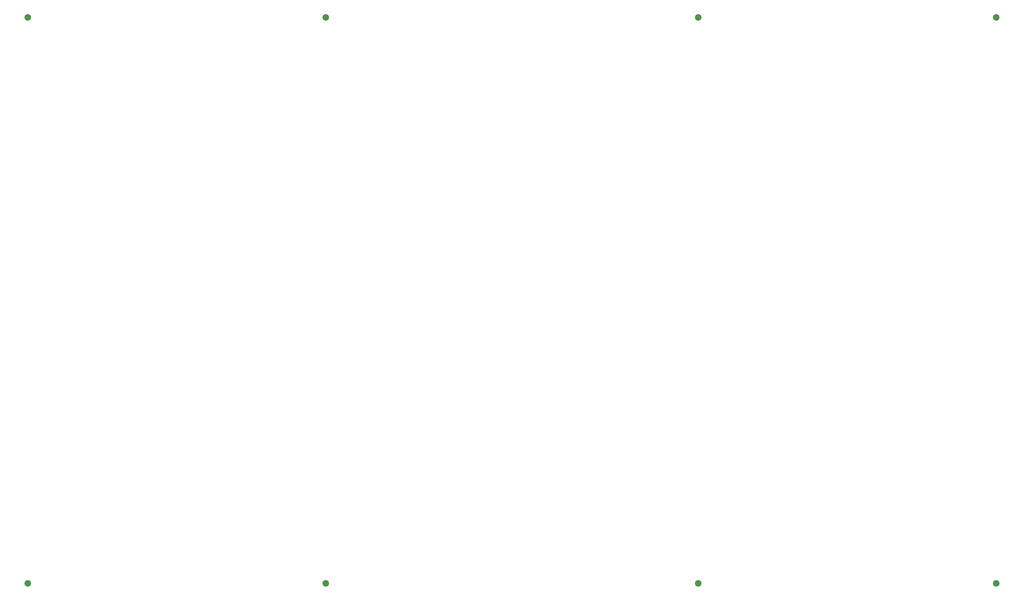
<source format=gbr>
%TF.GenerationSoftware,KiCad,Pcbnew,9.0.7*%
%TF.CreationDate,2026-02-10T07:58:34+00:00*%
%TF.ProjectId,WEASEL_KiCad,57454153-454c-45f4-9b69-4361642e6b69,rev?*%
%TF.SameCoordinates,Original*%
%TF.FileFunction,Soldermask,Bot*%
%TF.FilePolarity,Negative*%
%FSLAX46Y46*%
G04 Gerber Fmt 4.6, Leading zero omitted, Abs format (unit mm)*
G04 Created by KiCad (PCBNEW 9.0.7) date 2026-02-10 07:58:34*
%MOMM*%
%LPD*%
G01*
G04 APERTURE LIST*
%ADD10C,2.200000*%
G04 APERTURE END LIST*
D10*
%TO.C,REF\u002A\u002A*%
X119500000Y-607000000D03*
%TD*%
%TO.C,REF\u002A\u002A*%
X244500000Y-607000000D03*
%TD*%
%TO.C,REF\u002A\u002A*%
X19500000Y-607000000D03*
%TD*%
%TO.C,REF\u002A\u002A*%
X244500000Y-417000000D03*
%TD*%
%TO.C,REF\u002A\u002A*%
X344500000Y-607000000D03*
%TD*%
%TO.C,REF\u002A\u002A*%
X19500000Y-417000000D03*
%TD*%
%TO.C,REF\u002A\u002A*%
X344500000Y-417000000D03*
%TD*%
%TO.C,REF\u002A\u002A*%
X119500000Y-417000000D03*
%TD*%
M02*

</source>
